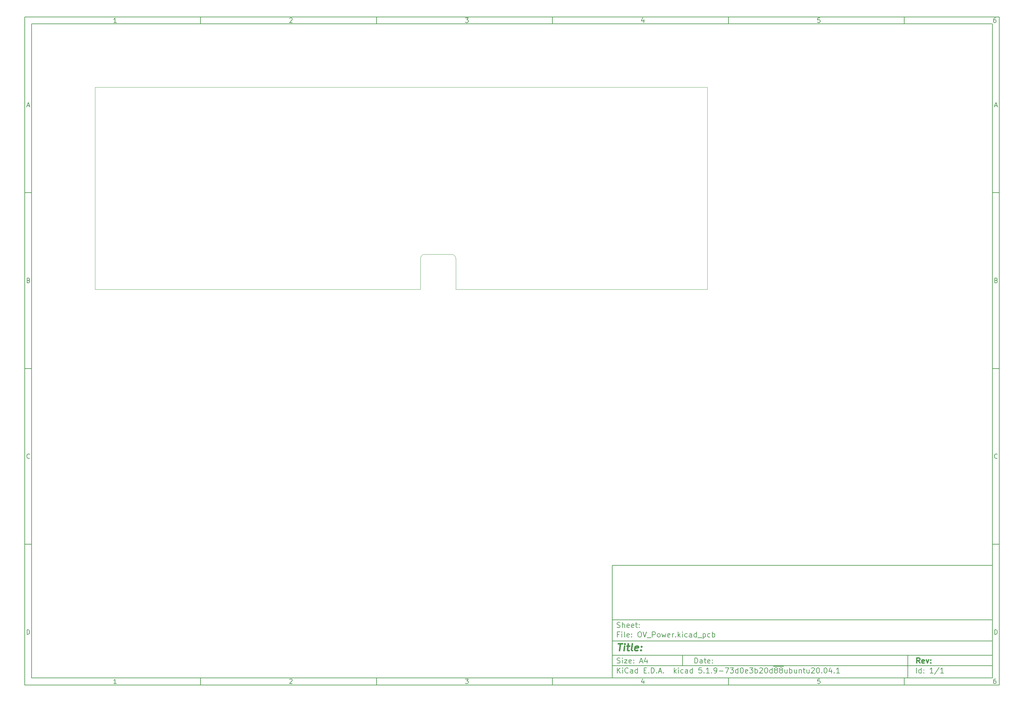
<source format=gbr>
%TF.GenerationSoftware,KiCad,Pcbnew,5.1.9-73d0e3b20d~88~ubuntu20.04.1*%
%TF.CreationDate,2020-12-30T17:27:21-05:00*%
%TF.ProjectId,OV_Power,4f565f50-6f77-4657-922e-6b696361645f,rev?*%
%TF.SameCoordinates,Original*%
%TF.FileFunction,Profile,NP*%
%FSLAX46Y46*%
G04 Gerber Fmt 4.6, Leading zero omitted, Abs format (unit mm)*
G04 Created by KiCad (PCBNEW 5.1.9-73d0e3b20d~88~ubuntu20.04.1) date 2020-12-30 17:27:21*
%MOMM*%
%LPD*%
G01*
G04 APERTURE LIST*
%ADD10C,0.100000*%
%ADD11C,0.150000*%
%ADD12C,0.300000*%
%ADD13C,0.400000*%
%TA.AperFunction,Profile*%
%ADD14C,0.050000*%
%TD*%
G04 APERTURE END LIST*
D10*
D11*
X177002200Y-166007200D02*
X177002200Y-198007200D01*
X285002200Y-198007200D01*
X285002200Y-166007200D01*
X177002200Y-166007200D01*
D10*
D11*
X10000000Y-10000000D02*
X10000000Y-200007200D01*
X287002200Y-200007200D01*
X287002200Y-10000000D01*
X10000000Y-10000000D01*
D10*
D11*
X12000000Y-12000000D02*
X12000000Y-198007200D01*
X285002200Y-198007200D01*
X285002200Y-12000000D01*
X12000000Y-12000000D01*
D10*
D11*
X60000000Y-12000000D02*
X60000000Y-10000000D01*
D10*
D11*
X110000000Y-12000000D02*
X110000000Y-10000000D01*
D10*
D11*
X160000000Y-12000000D02*
X160000000Y-10000000D01*
D10*
D11*
X210000000Y-12000000D02*
X210000000Y-10000000D01*
D10*
D11*
X260000000Y-12000000D02*
X260000000Y-10000000D01*
D10*
D11*
X36065476Y-11588095D02*
X35322619Y-11588095D01*
X35694047Y-11588095D02*
X35694047Y-10288095D01*
X35570238Y-10473809D01*
X35446428Y-10597619D01*
X35322619Y-10659523D01*
D10*
D11*
X85322619Y-10411904D02*
X85384523Y-10350000D01*
X85508333Y-10288095D01*
X85817857Y-10288095D01*
X85941666Y-10350000D01*
X86003571Y-10411904D01*
X86065476Y-10535714D01*
X86065476Y-10659523D01*
X86003571Y-10845238D01*
X85260714Y-11588095D01*
X86065476Y-11588095D01*
D10*
D11*
X135260714Y-10288095D02*
X136065476Y-10288095D01*
X135632142Y-10783333D01*
X135817857Y-10783333D01*
X135941666Y-10845238D01*
X136003571Y-10907142D01*
X136065476Y-11030952D01*
X136065476Y-11340476D01*
X136003571Y-11464285D01*
X135941666Y-11526190D01*
X135817857Y-11588095D01*
X135446428Y-11588095D01*
X135322619Y-11526190D01*
X135260714Y-11464285D01*
D10*
D11*
X185941666Y-10721428D02*
X185941666Y-11588095D01*
X185632142Y-10226190D02*
X185322619Y-11154761D01*
X186127380Y-11154761D01*
D10*
D11*
X236003571Y-10288095D02*
X235384523Y-10288095D01*
X235322619Y-10907142D01*
X235384523Y-10845238D01*
X235508333Y-10783333D01*
X235817857Y-10783333D01*
X235941666Y-10845238D01*
X236003571Y-10907142D01*
X236065476Y-11030952D01*
X236065476Y-11340476D01*
X236003571Y-11464285D01*
X235941666Y-11526190D01*
X235817857Y-11588095D01*
X235508333Y-11588095D01*
X235384523Y-11526190D01*
X235322619Y-11464285D01*
D10*
D11*
X285941666Y-10288095D02*
X285694047Y-10288095D01*
X285570238Y-10350000D01*
X285508333Y-10411904D01*
X285384523Y-10597619D01*
X285322619Y-10845238D01*
X285322619Y-11340476D01*
X285384523Y-11464285D01*
X285446428Y-11526190D01*
X285570238Y-11588095D01*
X285817857Y-11588095D01*
X285941666Y-11526190D01*
X286003571Y-11464285D01*
X286065476Y-11340476D01*
X286065476Y-11030952D01*
X286003571Y-10907142D01*
X285941666Y-10845238D01*
X285817857Y-10783333D01*
X285570238Y-10783333D01*
X285446428Y-10845238D01*
X285384523Y-10907142D01*
X285322619Y-11030952D01*
D10*
D11*
X60000000Y-198007200D02*
X60000000Y-200007200D01*
D10*
D11*
X110000000Y-198007200D02*
X110000000Y-200007200D01*
D10*
D11*
X160000000Y-198007200D02*
X160000000Y-200007200D01*
D10*
D11*
X210000000Y-198007200D02*
X210000000Y-200007200D01*
D10*
D11*
X260000000Y-198007200D02*
X260000000Y-200007200D01*
D10*
D11*
X36065476Y-199595295D02*
X35322619Y-199595295D01*
X35694047Y-199595295D02*
X35694047Y-198295295D01*
X35570238Y-198481009D01*
X35446428Y-198604819D01*
X35322619Y-198666723D01*
D10*
D11*
X85322619Y-198419104D02*
X85384523Y-198357200D01*
X85508333Y-198295295D01*
X85817857Y-198295295D01*
X85941666Y-198357200D01*
X86003571Y-198419104D01*
X86065476Y-198542914D01*
X86065476Y-198666723D01*
X86003571Y-198852438D01*
X85260714Y-199595295D01*
X86065476Y-199595295D01*
D10*
D11*
X135260714Y-198295295D02*
X136065476Y-198295295D01*
X135632142Y-198790533D01*
X135817857Y-198790533D01*
X135941666Y-198852438D01*
X136003571Y-198914342D01*
X136065476Y-199038152D01*
X136065476Y-199347676D01*
X136003571Y-199471485D01*
X135941666Y-199533390D01*
X135817857Y-199595295D01*
X135446428Y-199595295D01*
X135322619Y-199533390D01*
X135260714Y-199471485D01*
D10*
D11*
X185941666Y-198728628D02*
X185941666Y-199595295D01*
X185632142Y-198233390D02*
X185322619Y-199161961D01*
X186127380Y-199161961D01*
D10*
D11*
X236003571Y-198295295D02*
X235384523Y-198295295D01*
X235322619Y-198914342D01*
X235384523Y-198852438D01*
X235508333Y-198790533D01*
X235817857Y-198790533D01*
X235941666Y-198852438D01*
X236003571Y-198914342D01*
X236065476Y-199038152D01*
X236065476Y-199347676D01*
X236003571Y-199471485D01*
X235941666Y-199533390D01*
X235817857Y-199595295D01*
X235508333Y-199595295D01*
X235384523Y-199533390D01*
X235322619Y-199471485D01*
D10*
D11*
X285941666Y-198295295D02*
X285694047Y-198295295D01*
X285570238Y-198357200D01*
X285508333Y-198419104D01*
X285384523Y-198604819D01*
X285322619Y-198852438D01*
X285322619Y-199347676D01*
X285384523Y-199471485D01*
X285446428Y-199533390D01*
X285570238Y-199595295D01*
X285817857Y-199595295D01*
X285941666Y-199533390D01*
X286003571Y-199471485D01*
X286065476Y-199347676D01*
X286065476Y-199038152D01*
X286003571Y-198914342D01*
X285941666Y-198852438D01*
X285817857Y-198790533D01*
X285570238Y-198790533D01*
X285446428Y-198852438D01*
X285384523Y-198914342D01*
X285322619Y-199038152D01*
D10*
D11*
X10000000Y-60000000D02*
X12000000Y-60000000D01*
D10*
D11*
X10000000Y-110000000D02*
X12000000Y-110000000D01*
D10*
D11*
X10000000Y-160000000D02*
X12000000Y-160000000D01*
D10*
D11*
X10690476Y-35216666D02*
X11309523Y-35216666D01*
X10566666Y-35588095D02*
X11000000Y-34288095D01*
X11433333Y-35588095D01*
D10*
D11*
X11092857Y-84907142D02*
X11278571Y-84969047D01*
X11340476Y-85030952D01*
X11402380Y-85154761D01*
X11402380Y-85340476D01*
X11340476Y-85464285D01*
X11278571Y-85526190D01*
X11154761Y-85588095D01*
X10659523Y-85588095D01*
X10659523Y-84288095D01*
X11092857Y-84288095D01*
X11216666Y-84350000D01*
X11278571Y-84411904D01*
X11340476Y-84535714D01*
X11340476Y-84659523D01*
X11278571Y-84783333D01*
X11216666Y-84845238D01*
X11092857Y-84907142D01*
X10659523Y-84907142D01*
D10*
D11*
X11402380Y-135464285D02*
X11340476Y-135526190D01*
X11154761Y-135588095D01*
X11030952Y-135588095D01*
X10845238Y-135526190D01*
X10721428Y-135402380D01*
X10659523Y-135278571D01*
X10597619Y-135030952D01*
X10597619Y-134845238D01*
X10659523Y-134597619D01*
X10721428Y-134473809D01*
X10845238Y-134350000D01*
X11030952Y-134288095D01*
X11154761Y-134288095D01*
X11340476Y-134350000D01*
X11402380Y-134411904D01*
D10*
D11*
X10659523Y-185588095D02*
X10659523Y-184288095D01*
X10969047Y-184288095D01*
X11154761Y-184350000D01*
X11278571Y-184473809D01*
X11340476Y-184597619D01*
X11402380Y-184845238D01*
X11402380Y-185030952D01*
X11340476Y-185278571D01*
X11278571Y-185402380D01*
X11154761Y-185526190D01*
X10969047Y-185588095D01*
X10659523Y-185588095D01*
D10*
D11*
X287002200Y-60000000D02*
X285002200Y-60000000D01*
D10*
D11*
X287002200Y-110000000D02*
X285002200Y-110000000D01*
D10*
D11*
X287002200Y-160000000D02*
X285002200Y-160000000D01*
D10*
D11*
X285692676Y-35216666D02*
X286311723Y-35216666D01*
X285568866Y-35588095D02*
X286002200Y-34288095D01*
X286435533Y-35588095D01*
D10*
D11*
X286095057Y-84907142D02*
X286280771Y-84969047D01*
X286342676Y-85030952D01*
X286404580Y-85154761D01*
X286404580Y-85340476D01*
X286342676Y-85464285D01*
X286280771Y-85526190D01*
X286156961Y-85588095D01*
X285661723Y-85588095D01*
X285661723Y-84288095D01*
X286095057Y-84288095D01*
X286218866Y-84350000D01*
X286280771Y-84411904D01*
X286342676Y-84535714D01*
X286342676Y-84659523D01*
X286280771Y-84783333D01*
X286218866Y-84845238D01*
X286095057Y-84907142D01*
X285661723Y-84907142D01*
D10*
D11*
X286404580Y-135464285D02*
X286342676Y-135526190D01*
X286156961Y-135588095D01*
X286033152Y-135588095D01*
X285847438Y-135526190D01*
X285723628Y-135402380D01*
X285661723Y-135278571D01*
X285599819Y-135030952D01*
X285599819Y-134845238D01*
X285661723Y-134597619D01*
X285723628Y-134473809D01*
X285847438Y-134350000D01*
X286033152Y-134288095D01*
X286156961Y-134288095D01*
X286342676Y-134350000D01*
X286404580Y-134411904D01*
D10*
D11*
X285661723Y-185588095D02*
X285661723Y-184288095D01*
X285971247Y-184288095D01*
X286156961Y-184350000D01*
X286280771Y-184473809D01*
X286342676Y-184597619D01*
X286404580Y-184845238D01*
X286404580Y-185030952D01*
X286342676Y-185278571D01*
X286280771Y-185402380D01*
X286156961Y-185526190D01*
X285971247Y-185588095D01*
X285661723Y-185588095D01*
D10*
D11*
X200434342Y-193785771D02*
X200434342Y-192285771D01*
X200791485Y-192285771D01*
X201005771Y-192357200D01*
X201148628Y-192500057D01*
X201220057Y-192642914D01*
X201291485Y-192928628D01*
X201291485Y-193142914D01*
X201220057Y-193428628D01*
X201148628Y-193571485D01*
X201005771Y-193714342D01*
X200791485Y-193785771D01*
X200434342Y-193785771D01*
X202577200Y-193785771D02*
X202577200Y-193000057D01*
X202505771Y-192857200D01*
X202362914Y-192785771D01*
X202077200Y-192785771D01*
X201934342Y-192857200D01*
X202577200Y-193714342D02*
X202434342Y-193785771D01*
X202077200Y-193785771D01*
X201934342Y-193714342D01*
X201862914Y-193571485D01*
X201862914Y-193428628D01*
X201934342Y-193285771D01*
X202077200Y-193214342D01*
X202434342Y-193214342D01*
X202577200Y-193142914D01*
X203077200Y-192785771D02*
X203648628Y-192785771D01*
X203291485Y-192285771D02*
X203291485Y-193571485D01*
X203362914Y-193714342D01*
X203505771Y-193785771D01*
X203648628Y-193785771D01*
X204720057Y-193714342D02*
X204577200Y-193785771D01*
X204291485Y-193785771D01*
X204148628Y-193714342D01*
X204077200Y-193571485D01*
X204077200Y-193000057D01*
X204148628Y-192857200D01*
X204291485Y-192785771D01*
X204577200Y-192785771D01*
X204720057Y-192857200D01*
X204791485Y-193000057D01*
X204791485Y-193142914D01*
X204077200Y-193285771D01*
X205434342Y-193642914D02*
X205505771Y-193714342D01*
X205434342Y-193785771D01*
X205362914Y-193714342D01*
X205434342Y-193642914D01*
X205434342Y-193785771D01*
X205434342Y-192857200D02*
X205505771Y-192928628D01*
X205434342Y-193000057D01*
X205362914Y-192928628D01*
X205434342Y-192857200D01*
X205434342Y-193000057D01*
D10*
D11*
X177002200Y-194507200D02*
X285002200Y-194507200D01*
D10*
D11*
X178434342Y-196585771D02*
X178434342Y-195085771D01*
X179291485Y-196585771D02*
X178648628Y-195728628D01*
X179291485Y-195085771D02*
X178434342Y-195942914D01*
X179934342Y-196585771D02*
X179934342Y-195585771D01*
X179934342Y-195085771D02*
X179862914Y-195157200D01*
X179934342Y-195228628D01*
X180005771Y-195157200D01*
X179934342Y-195085771D01*
X179934342Y-195228628D01*
X181505771Y-196442914D02*
X181434342Y-196514342D01*
X181220057Y-196585771D01*
X181077200Y-196585771D01*
X180862914Y-196514342D01*
X180720057Y-196371485D01*
X180648628Y-196228628D01*
X180577200Y-195942914D01*
X180577200Y-195728628D01*
X180648628Y-195442914D01*
X180720057Y-195300057D01*
X180862914Y-195157200D01*
X181077200Y-195085771D01*
X181220057Y-195085771D01*
X181434342Y-195157200D01*
X181505771Y-195228628D01*
X182791485Y-196585771D02*
X182791485Y-195800057D01*
X182720057Y-195657200D01*
X182577200Y-195585771D01*
X182291485Y-195585771D01*
X182148628Y-195657200D01*
X182791485Y-196514342D02*
X182648628Y-196585771D01*
X182291485Y-196585771D01*
X182148628Y-196514342D01*
X182077200Y-196371485D01*
X182077200Y-196228628D01*
X182148628Y-196085771D01*
X182291485Y-196014342D01*
X182648628Y-196014342D01*
X182791485Y-195942914D01*
X184148628Y-196585771D02*
X184148628Y-195085771D01*
X184148628Y-196514342D02*
X184005771Y-196585771D01*
X183720057Y-196585771D01*
X183577200Y-196514342D01*
X183505771Y-196442914D01*
X183434342Y-196300057D01*
X183434342Y-195871485D01*
X183505771Y-195728628D01*
X183577200Y-195657200D01*
X183720057Y-195585771D01*
X184005771Y-195585771D01*
X184148628Y-195657200D01*
X186005771Y-195800057D02*
X186505771Y-195800057D01*
X186720057Y-196585771D02*
X186005771Y-196585771D01*
X186005771Y-195085771D01*
X186720057Y-195085771D01*
X187362914Y-196442914D02*
X187434342Y-196514342D01*
X187362914Y-196585771D01*
X187291485Y-196514342D01*
X187362914Y-196442914D01*
X187362914Y-196585771D01*
X188077200Y-196585771D02*
X188077200Y-195085771D01*
X188434342Y-195085771D01*
X188648628Y-195157200D01*
X188791485Y-195300057D01*
X188862914Y-195442914D01*
X188934342Y-195728628D01*
X188934342Y-195942914D01*
X188862914Y-196228628D01*
X188791485Y-196371485D01*
X188648628Y-196514342D01*
X188434342Y-196585771D01*
X188077200Y-196585771D01*
X189577200Y-196442914D02*
X189648628Y-196514342D01*
X189577200Y-196585771D01*
X189505771Y-196514342D01*
X189577200Y-196442914D01*
X189577200Y-196585771D01*
X190220057Y-196157200D02*
X190934342Y-196157200D01*
X190077200Y-196585771D02*
X190577200Y-195085771D01*
X191077200Y-196585771D01*
X191577200Y-196442914D02*
X191648628Y-196514342D01*
X191577200Y-196585771D01*
X191505771Y-196514342D01*
X191577200Y-196442914D01*
X191577200Y-196585771D01*
X194577200Y-196585771D02*
X194577200Y-195085771D01*
X194720057Y-196014342D02*
X195148628Y-196585771D01*
X195148628Y-195585771D02*
X194577200Y-196157200D01*
X195791485Y-196585771D02*
X195791485Y-195585771D01*
X195791485Y-195085771D02*
X195720057Y-195157200D01*
X195791485Y-195228628D01*
X195862914Y-195157200D01*
X195791485Y-195085771D01*
X195791485Y-195228628D01*
X197148628Y-196514342D02*
X197005771Y-196585771D01*
X196720057Y-196585771D01*
X196577200Y-196514342D01*
X196505771Y-196442914D01*
X196434342Y-196300057D01*
X196434342Y-195871485D01*
X196505771Y-195728628D01*
X196577200Y-195657200D01*
X196720057Y-195585771D01*
X197005771Y-195585771D01*
X197148628Y-195657200D01*
X198434342Y-196585771D02*
X198434342Y-195800057D01*
X198362914Y-195657200D01*
X198220057Y-195585771D01*
X197934342Y-195585771D01*
X197791485Y-195657200D01*
X198434342Y-196514342D02*
X198291485Y-196585771D01*
X197934342Y-196585771D01*
X197791485Y-196514342D01*
X197720057Y-196371485D01*
X197720057Y-196228628D01*
X197791485Y-196085771D01*
X197934342Y-196014342D01*
X198291485Y-196014342D01*
X198434342Y-195942914D01*
X199791485Y-196585771D02*
X199791485Y-195085771D01*
X199791485Y-196514342D02*
X199648628Y-196585771D01*
X199362914Y-196585771D01*
X199220057Y-196514342D01*
X199148628Y-196442914D01*
X199077200Y-196300057D01*
X199077200Y-195871485D01*
X199148628Y-195728628D01*
X199220057Y-195657200D01*
X199362914Y-195585771D01*
X199648628Y-195585771D01*
X199791485Y-195657200D01*
X202362914Y-195085771D02*
X201648628Y-195085771D01*
X201577200Y-195800057D01*
X201648628Y-195728628D01*
X201791485Y-195657200D01*
X202148628Y-195657200D01*
X202291485Y-195728628D01*
X202362914Y-195800057D01*
X202434342Y-195942914D01*
X202434342Y-196300057D01*
X202362914Y-196442914D01*
X202291485Y-196514342D01*
X202148628Y-196585771D01*
X201791485Y-196585771D01*
X201648628Y-196514342D01*
X201577200Y-196442914D01*
X203077200Y-196442914D02*
X203148628Y-196514342D01*
X203077200Y-196585771D01*
X203005771Y-196514342D01*
X203077200Y-196442914D01*
X203077200Y-196585771D01*
X204577200Y-196585771D02*
X203720057Y-196585771D01*
X204148628Y-196585771D02*
X204148628Y-195085771D01*
X204005771Y-195300057D01*
X203862914Y-195442914D01*
X203720057Y-195514342D01*
X205220057Y-196442914D02*
X205291485Y-196514342D01*
X205220057Y-196585771D01*
X205148628Y-196514342D01*
X205220057Y-196442914D01*
X205220057Y-196585771D01*
X206005771Y-196585771D02*
X206291485Y-196585771D01*
X206434342Y-196514342D01*
X206505771Y-196442914D01*
X206648628Y-196228628D01*
X206720057Y-195942914D01*
X206720057Y-195371485D01*
X206648628Y-195228628D01*
X206577200Y-195157200D01*
X206434342Y-195085771D01*
X206148628Y-195085771D01*
X206005771Y-195157200D01*
X205934342Y-195228628D01*
X205862914Y-195371485D01*
X205862914Y-195728628D01*
X205934342Y-195871485D01*
X206005771Y-195942914D01*
X206148628Y-196014342D01*
X206434342Y-196014342D01*
X206577200Y-195942914D01*
X206648628Y-195871485D01*
X206720057Y-195728628D01*
X207362914Y-196014342D02*
X208505771Y-196014342D01*
X209077200Y-195085771D02*
X210077200Y-195085771D01*
X209434342Y-196585771D01*
X210505771Y-195085771D02*
X211434342Y-195085771D01*
X210934342Y-195657200D01*
X211148628Y-195657200D01*
X211291485Y-195728628D01*
X211362914Y-195800057D01*
X211434342Y-195942914D01*
X211434342Y-196300057D01*
X211362914Y-196442914D01*
X211291485Y-196514342D01*
X211148628Y-196585771D01*
X210720057Y-196585771D01*
X210577200Y-196514342D01*
X210505771Y-196442914D01*
X212720057Y-196585771D02*
X212720057Y-195085771D01*
X212720057Y-196514342D02*
X212577200Y-196585771D01*
X212291485Y-196585771D01*
X212148628Y-196514342D01*
X212077200Y-196442914D01*
X212005771Y-196300057D01*
X212005771Y-195871485D01*
X212077200Y-195728628D01*
X212148628Y-195657200D01*
X212291485Y-195585771D01*
X212577200Y-195585771D01*
X212720057Y-195657200D01*
X213720057Y-195085771D02*
X213862914Y-195085771D01*
X214005771Y-195157200D01*
X214077200Y-195228628D01*
X214148628Y-195371485D01*
X214220057Y-195657200D01*
X214220057Y-196014342D01*
X214148628Y-196300057D01*
X214077200Y-196442914D01*
X214005771Y-196514342D01*
X213862914Y-196585771D01*
X213720057Y-196585771D01*
X213577200Y-196514342D01*
X213505771Y-196442914D01*
X213434342Y-196300057D01*
X213362914Y-196014342D01*
X213362914Y-195657200D01*
X213434342Y-195371485D01*
X213505771Y-195228628D01*
X213577200Y-195157200D01*
X213720057Y-195085771D01*
X215434342Y-196514342D02*
X215291485Y-196585771D01*
X215005771Y-196585771D01*
X214862914Y-196514342D01*
X214791485Y-196371485D01*
X214791485Y-195800057D01*
X214862914Y-195657200D01*
X215005771Y-195585771D01*
X215291485Y-195585771D01*
X215434342Y-195657200D01*
X215505771Y-195800057D01*
X215505771Y-195942914D01*
X214791485Y-196085771D01*
X216005771Y-195085771D02*
X216934342Y-195085771D01*
X216434342Y-195657200D01*
X216648628Y-195657200D01*
X216791485Y-195728628D01*
X216862914Y-195800057D01*
X216934342Y-195942914D01*
X216934342Y-196300057D01*
X216862914Y-196442914D01*
X216791485Y-196514342D01*
X216648628Y-196585771D01*
X216220057Y-196585771D01*
X216077200Y-196514342D01*
X216005771Y-196442914D01*
X217577200Y-196585771D02*
X217577200Y-195085771D01*
X217577200Y-195657200D02*
X217720057Y-195585771D01*
X218005771Y-195585771D01*
X218148628Y-195657200D01*
X218220057Y-195728628D01*
X218291485Y-195871485D01*
X218291485Y-196300057D01*
X218220057Y-196442914D01*
X218148628Y-196514342D01*
X218005771Y-196585771D01*
X217720057Y-196585771D01*
X217577200Y-196514342D01*
X218862914Y-195228628D02*
X218934342Y-195157200D01*
X219077200Y-195085771D01*
X219434342Y-195085771D01*
X219577200Y-195157200D01*
X219648628Y-195228628D01*
X219720057Y-195371485D01*
X219720057Y-195514342D01*
X219648628Y-195728628D01*
X218791485Y-196585771D01*
X219720057Y-196585771D01*
X220648628Y-195085771D02*
X220791485Y-195085771D01*
X220934342Y-195157200D01*
X221005771Y-195228628D01*
X221077200Y-195371485D01*
X221148628Y-195657200D01*
X221148628Y-196014342D01*
X221077200Y-196300057D01*
X221005771Y-196442914D01*
X220934342Y-196514342D01*
X220791485Y-196585771D01*
X220648628Y-196585771D01*
X220505771Y-196514342D01*
X220434342Y-196442914D01*
X220362914Y-196300057D01*
X220291485Y-196014342D01*
X220291485Y-195657200D01*
X220362914Y-195371485D01*
X220434342Y-195228628D01*
X220505771Y-195157200D01*
X220648628Y-195085771D01*
X222434342Y-196585771D02*
X222434342Y-195085771D01*
X222434342Y-196514342D02*
X222291485Y-196585771D01*
X222005771Y-196585771D01*
X221862914Y-196514342D01*
X221791485Y-196442914D01*
X221720057Y-196300057D01*
X221720057Y-195871485D01*
X221791485Y-195728628D01*
X221862914Y-195657200D01*
X222005771Y-195585771D01*
X222291485Y-195585771D01*
X222434342Y-195657200D01*
X222791485Y-194677200D02*
X224220057Y-194677200D01*
X223362914Y-195728628D02*
X223220057Y-195657200D01*
X223148628Y-195585771D01*
X223077200Y-195442914D01*
X223077200Y-195371485D01*
X223148628Y-195228628D01*
X223220057Y-195157200D01*
X223362914Y-195085771D01*
X223648628Y-195085771D01*
X223791485Y-195157200D01*
X223862914Y-195228628D01*
X223934342Y-195371485D01*
X223934342Y-195442914D01*
X223862914Y-195585771D01*
X223791485Y-195657200D01*
X223648628Y-195728628D01*
X223362914Y-195728628D01*
X223220057Y-195800057D01*
X223148628Y-195871485D01*
X223077200Y-196014342D01*
X223077200Y-196300057D01*
X223148628Y-196442914D01*
X223220057Y-196514342D01*
X223362914Y-196585771D01*
X223648628Y-196585771D01*
X223791485Y-196514342D01*
X223862914Y-196442914D01*
X223934342Y-196300057D01*
X223934342Y-196014342D01*
X223862914Y-195871485D01*
X223791485Y-195800057D01*
X223648628Y-195728628D01*
X224220057Y-194677200D02*
X225648628Y-194677200D01*
X224791485Y-195728628D02*
X224648628Y-195657200D01*
X224577200Y-195585771D01*
X224505771Y-195442914D01*
X224505771Y-195371485D01*
X224577200Y-195228628D01*
X224648628Y-195157200D01*
X224791485Y-195085771D01*
X225077200Y-195085771D01*
X225220057Y-195157200D01*
X225291485Y-195228628D01*
X225362914Y-195371485D01*
X225362914Y-195442914D01*
X225291485Y-195585771D01*
X225220057Y-195657200D01*
X225077200Y-195728628D01*
X224791485Y-195728628D01*
X224648628Y-195800057D01*
X224577200Y-195871485D01*
X224505771Y-196014342D01*
X224505771Y-196300057D01*
X224577200Y-196442914D01*
X224648628Y-196514342D01*
X224791485Y-196585771D01*
X225077200Y-196585771D01*
X225220057Y-196514342D01*
X225291485Y-196442914D01*
X225362914Y-196300057D01*
X225362914Y-196014342D01*
X225291485Y-195871485D01*
X225220057Y-195800057D01*
X225077200Y-195728628D01*
X226648628Y-195585771D02*
X226648628Y-196585771D01*
X226005771Y-195585771D02*
X226005771Y-196371485D01*
X226077199Y-196514342D01*
X226220057Y-196585771D01*
X226434342Y-196585771D01*
X226577199Y-196514342D01*
X226648628Y-196442914D01*
X227362914Y-196585771D02*
X227362914Y-195085771D01*
X227362914Y-195657200D02*
X227505771Y-195585771D01*
X227791485Y-195585771D01*
X227934342Y-195657200D01*
X228005771Y-195728628D01*
X228077200Y-195871485D01*
X228077200Y-196300057D01*
X228005771Y-196442914D01*
X227934342Y-196514342D01*
X227791485Y-196585771D01*
X227505771Y-196585771D01*
X227362914Y-196514342D01*
X229362914Y-195585771D02*
X229362914Y-196585771D01*
X228720057Y-195585771D02*
X228720057Y-196371485D01*
X228791485Y-196514342D01*
X228934342Y-196585771D01*
X229148628Y-196585771D01*
X229291485Y-196514342D01*
X229362914Y-196442914D01*
X230077200Y-195585771D02*
X230077200Y-196585771D01*
X230077200Y-195728628D02*
X230148628Y-195657200D01*
X230291485Y-195585771D01*
X230505771Y-195585771D01*
X230648628Y-195657200D01*
X230720057Y-195800057D01*
X230720057Y-196585771D01*
X231220057Y-195585771D02*
X231791485Y-195585771D01*
X231434342Y-195085771D02*
X231434342Y-196371485D01*
X231505771Y-196514342D01*
X231648628Y-196585771D01*
X231791485Y-196585771D01*
X232934342Y-195585771D02*
X232934342Y-196585771D01*
X232291485Y-195585771D02*
X232291485Y-196371485D01*
X232362914Y-196514342D01*
X232505771Y-196585771D01*
X232720057Y-196585771D01*
X232862914Y-196514342D01*
X232934342Y-196442914D01*
X233577200Y-195228628D02*
X233648628Y-195157200D01*
X233791485Y-195085771D01*
X234148628Y-195085771D01*
X234291485Y-195157200D01*
X234362914Y-195228628D01*
X234434342Y-195371485D01*
X234434342Y-195514342D01*
X234362914Y-195728628D01*
X233505771Y-196585771D01*
X234434342Y-196585771D01*
X235362914Y-195085771D02*
X235505771Y-195085771D01*
X235648628Y-195157200D01*
X235720057Y-195228628D01*
X235791485Y-195371485D01*
X235862914Y-195657200D01*
X235862914Y-196014342D01*
X235791485Y-196300057D01*
X235720057Y-196442914D01*
X235648628Y-196514342D01*
X235505771Y-196585771D01*
X235362914Y-196585771D01*
X235220057Y-196514342D01*
X235148628Y-196442914D01*
X235077200Y-196300057D01*
X235005771Y-196014342D01*
X235005771Y-195657200D01*
X235077200Y-195371485D01*
X235148628Y-195228628D01*
X235220057Y-195157200D01*
X235362914Y-195085771D01*
X236505771Y-196442914D02*
X236577199Y-196514342D01*
X236505771Y-196585771D01*
X236434342Y-196514342D01*
X236505771Y-196442914D01*
X236505771Y-196585771D01*
X237505771Y-195085771D02*
X237648628Y-195085771D01*
X237791485Y-195157200D01*
X237862914Y-195228628D01*
X237934342Y-195371485D01*
X238005771Y-195657200D01*
X238005771Y-196014342D01*
X237934342Y-196300057D01*
X237862914Y-196442914D01*
X237791485Y-196514342D01*
X237648628Y-196585771D01*
X237505771Y-196585771D01*
X237362914Y-196514342D01*
X237291485Y-196442914D01*
X237220057Y-196300057D01*
X237148628Y-196014342D01*
X237148628Y-195657200D01*
X237220057Y-195371485D01*
X237291485Y-195228628D01*
X237362914Y-195157200D01*
X237505771Y-195085771D01*
X239291485Y-195585771D02*
X239291485Y-196585771D01*
X238934342Y-195014342D02*
X238577199Y-196085771D01*
X239505771Y-196085771D01*
X240077199Y-196442914D02*
X240148628Y-196514342D01*
X240077199Y-196585771D01*
X240005771Y-196514342D01*
X240077199Y-196442914D01*
X240077199Y-196585771D01*
X241577199Y-196585771D02*
X240720057Y-196585771D01*
X241148628Y-196585771D02*
X241148628Y-195085771D01*
X241005771Y-195300057D01*
X240862914Y-195442914D01*
X240720057Y-195514342D01*
D10*
D11*
X177002200Y-191507200D02*
X285002200Y-191507200D01*
D10*
D12*
X264411485Y-193785771D02*
X263911485Y-193071485D01*
X263554342Y-193785771D02*
X263554342Y-192285771D01*
X264125771Y-192285771D01*
X264268628Y-192357200D01*
X264340057Y-192428628D01*
X264411485Y-192571485D01*
X264411485Y-192785771D01*
X264340057Y-192928628D01*
X264268628Y-193000057D01*
X264125771Y-193071485D01*
X263554342Y-193071485D01*
X265625771Y-193714342D02*
X265482914Y-193785771D01*
X265197200Y-193785771D01*
X265054342Y-193714342D01*
X264982914Y-193571485D01*
X264982914Y-193000057D01*
X265054342Y-192857200D01*
X265197200Y-192785771D01*
X265482914Y-192785771D01*
X265625771Y-192857200D01*
X265697200Y-193000057D01*
X265697200Y-193142914D01*
X264982914Y-193285771D01*
X266197200Y-192785771D02*
X266554342Y-193785771D01*
X266911485Y-192785771D01*
X267482914Y-193642914D02*
X267554342Y-193714342D01*
X267482914Y-193785771D01*
X267411485Y-193714342D01*
X267482914Y-193642914D01*
X267482914Y-193785771D01*
X267482914Y-192857200D02*
X267554342Y-192928628D01*
X267482914Y-193000057D01*
X267411485Y-192928628D01*
X267482914Y-192857200D01*
X267482914Y-193000057D01*
D10*
D11*
X178362914Y-193714342D02*
X178577200Y-193785771D01*
X178934342Y-193785771D01*
X179077200Y-193714342D01*
X179148628Y-193642914D01*
X179220057Y-193500057D01*
X179220057Y-193357200D01*
X179148628Y-193214342D01*
X179077200Y-193142914D01*
X178934342Y-193071485D01*
X178648628Y-193000057D01*
X178505771Y-192928628D01*
X178434342Y-192857200D01*
X178362914Y-192714342D01*
X178362914Y-192571485D01*
X178434342Y-192428628D01*
X178505771Y-192357200D01*
X178648628Y-192285771D01*
X179005771Y-192285771D01*
X179220057Y-192357200D01*
X179862914Y-193785771D02*
X179862914Y-192785771D01*
X179862914Y-192285771D02*
X179791485Y-192357200D01*
X179862914Y-192428628D01*
X179934342Y-192357200D01*
X179862914Y-192285771D01*
X179862914Y-192428628D01*
X180434342Y-192785771D02*
X181220057Y-192785771D01*
X180434342Y-193785771D01*
X181220057Y-193785771D01*
X182362914Y-193714342D02*
X182220057Y-193785771D01*
X181934342Y-193785771D01*
X181791485Y-193714342D01*
X181720057Y-193571485D01*
X181720057Y-193000057D01*
X181791485Y-192857200D01*
X181934342Y-192785771D01*
X182220057Y-192785771D01*
X182362914Y-192857200D01*
X182434342Y-193000057D01*
X182434342Y-193142914D01*
X181720057Y-193285771D01*
X183077200Y-193642914D02*
X183148628Y-193714342D01*
X183077200Y-193785771D01*
X183005771Y-193714342D01*
X183077200Y-193642914D01*
X183077200Y-193785771D01*
X183077200Y-192857200D02*
X183148628Y-192928628D01*
X183077200Y-193000057D01*
X183005771Y-192928628D01*
X183077200Y-192857200D01*
X183077200Y-193000057D01*
X184862914Y-193357200D02*
X185577200Y-193357200D01*
X184720057Y-193785771D02*
X185220057Y-192285771D01*
X185720057Y-193785771D01*
X186862914Y-192785771D02*
X186862914Y-193785771D01*
X186505771Y-192214342D02*
X186148628Y-193285771D01*
X187077200Y-193285771D01*
D10*
D11*
X263434342Y-196585771D02*
X263434342Y-195085771D01*
X264791485Y-196585771D02*
X264791485Y-195085771D01*
X264791485Y-196514342D02*
X264648628Y-196585771D01*
X264362914Y-196585771D01*
X264220057Y-196514342D01*
X264148628Y-196442914D01*
X264077200Y-196300057D01*
X264077200Y-195871485D01*
X264148628Y-195728628D01*
X264220057Y-195657200D01*
X264362914Y-195585771D01*
X264648628Y-195585771D01*
X264791485Y-195657200D01*
X265505771Y-196442914D02*
X265577200Y-196514342D01*
X265505771Y-196585771D01*
X265434342Y-196514342D01*
X265505771Y-196442914D01*
X265505771Y-196585771D01*
X265505771Y-195657200D02*
X265577200Y-195728628D01*
X265505771Y-195800057D01*
X265434342Y-195728628D01*
X265505771Y-195657200D01*
X265505771Y-195800057D01*
X268148628Y-196585771D02*
X267291485Y-196585771D01*
X267720057Y-196585771D02*
X267720057Y-195085771D01*
X267577200Y-195300057D01*
X267434342Y-195442914D01*
X267291485Y-195514342D01*
X269862914Y-195014342D02*
X268577200Y-196942914D01*
X271148628Y-196585771D02*
X270291485Y-196585771D01*
X270720057Y-196585771D02*
X270720057Y-195085771D01*
X270577200Y-195300057D01*
X270434342Y-195442914D01*
X270291485Y-195514342D01*
D10*
D11*
X177002200Y-187507200D02*
X285002200Y-187507200D01*
D10*
D13*
X178714580Y-188211961D02*
X179857438Y-188211961D01*
X179036009Y-190211961D02*
X179286009Y-188211961D01*
X180274104Y-190211961D02*
X180440771Y-188878628D01*
X180524104Y-188211961D02*
X180416961Y-188307200D01*
X180500295Y-188402438D01*
X180607438Y-188307200D01*
X180524104Y-188211961D01*
X180500295Y-188402438D01*
X181107438Y-188878628D02*
X181869342Y-188878628D01*
X181476485Y-188211961D02*
X181262200Y-189926247D01*
X181333628Y-190116723D01*
X181512200Y-190211961D01*
X181702676Y-190211961D01*
X182655057Y-190211961D02*
X182476485Y-190116723D01*
X182405057Y-189926247D01*
X182619342Y-188211961D01*
X184190771Y-190116723D02*
X183988390Y-190211961D01*
X183607438Y-190211961D01*
X183428866Y-190116723D01*
X183357438Y-189926247D01*
X183452676Y-189164342D01*
X183571723Y-188973866D01*
X183774104Y-188878628D01*
X184155057Y-188878628D01*
X184333628Y-188973866D01*
X184405057Y-189164342D01*
X184381247Y-189354819D01*
X183405057Y-189545295D01*
X185155057Y-190021485D02*
X185238390Y-190116723D01*
X185131247Y-190211961D01*
X185047914Y-190116723D01*
X185155057Y-190021485D01*
X185131247Y-190211961D01*
X185286009Y-188973866D02*
X185369342Y-189069104D01*
X185262200Y-189164342D01*
X185178866Y-189069104D01*
X185286009Y-188973866D01*
X185262200Y-189164342D01*
D10*
D11*
X178934342Y-185600057D02*
X178434342Y-185600057D01*
X178434342Y-186385771D02*
X178434342Y-184885771D01*
X179148628Y-184885771D01*
X179720057Y-186385771D02*
X179720057Y-185385771D01*
X179720057Y-184885771D02*
X179648628Y-184957200D01*
X179720057Y-185028628D01*
X179791485Y-184957200D01*
X179720057Y-184885771D01*
X179720057Y-185028628D01*
X180648628Y-186385771D02*
X180505771Y-186314342D01*
X180434342Y-186171485D01*
X180434342Y-184885771D01*
X181791485Y-186314342D02*
X181648628Y-186385771D01*
X181362914Y-186385771D01*
X181220057Y-186314342D01*
X181148628Y-186171485D01*
X181148628Y-185600057D01*
X181220057Y-185457200D01*
X181362914Y-185385771D01*
X181648628Y-185385771D01*
X181791485Y-185457200D01*
X181862914Y-185600057D01*
X181862914Y-185742914D01*
X181148628Y-185885771D01*
X182505771Y-186242914D02*
X182577200Y-186314342D01*
X182505771Y-186385771D01*
X182434342Y-186314342D01*
X182505771Y-186242914D01*
X182505771Y-186385771D01*
X182505771Y-185457200D02*
X182577200Y-185528628D01*
X182505771Y-185600057D01*
X182434342Y-185528628D01*
X182505771Y-185457200D01*
X182505771Y-185600057D01*
X184648628Y-184885771D02*
X184934342Y-184885771D01*
X185077200Y-184957200D01*
X185220057Y-185100057D01*
X185291485Y-185385771D01*
X185291485Y-185885771D01*
X185220057Y-186171485D01*
X185077200Y-186314342D01*
X184934342Y-186385771D01*
X184648628Y-186385771D01*
X184505771Y-186314342D01*
X184362914Y-186171485D01*
X184291485Y-185885771D01*
X184291485Y-185385771D01*
X184362914Y-185100057D01*
X184505771Y-184957200D01*
X184648628Y-184885771D01*
X185720057Y-184885771D02*
X186220057Y-186385771D01*
X186720057Y-184885771D01*
X186862914Y-186528628D02*
X188005771Y-186528628D01*
X188362914Y-186385771D02*
X188362914Y-184885771D01*
X188934342Y-184885771D01*
X189077200Y-184957200D01*
X189148628Y-185028628D01*
X189220057Y-185171485D01*
X189220057Y-185385771D01*
X189148628Y-185528628D01*
X189077200Y-185600057D01*
X188934342Y-185671485D01*
X188362914Y-185671485D01*
X190077200Y-186385771D02*
X189934342Y-186314342D01*
X189862914Y-186242914D01*
X189791485Y-186100057D01*
X189791485Y-185671485D01*
X189862914Y-185528628D01*
X189934342Y-185457200D01*
X190077200Y-185385771D01*
X190291485Y-185385771D01*
X190434342Y-185457200D01*
X190505771Y-185528628D01*
X190577200Y-185671485D01*
X190577200Y-186100057D01*
X190505771Y-186242914D01*
X190434342Y-186314342D01*
X190291485Y-186385771D01*
X190077200Y-186385771D01*
X191077200Y-185385771D02*
X191362914Y-186385771D01*
X191648628Y-185671485D01*
X191934342Y-186385771D01*
X192220057Y-185385771D01*
X193362914Y-186314342D02*
X193220057Y-186385771D01*
X192934342Y-186385771D01*
X192791485Y-186314342D01*
X192720057Y-186171485D01*
X192720057Y-185600057D01*
X192791485Y-185457200D01*
X192934342Y-185385771D01*
X193220057Y-185385771D01*
X193362914Y-185457200D01*
X193434342Y-185600057D01*
X193434342Y-185742914D01*
X192720057Y-185885771D01*
X194077200Y-186385771D02*
X194077200Y-185385771D01*
X194077200Y-185671485D02*
X194148628Y-185528628D01*
X194220057Y-185457200D01*
X194362914Y-185385771D01*
X194505771Y-185385771D01*
X195005771Y-186242914D02*
X195077200Y-186314342D01*
X195005771Y-186385771D01*
X194934342Y-186314342D01*
X195005771Y-186242914D01*
X195005771Y-186385771D01*
X195720057Y-186385771D02*
X195720057Y-184885771D01*
X195862914Y-185814342D02*
X196291485Y-186385771D01*
X196291485Y-185385771D02*
X195720057Y-185957200D01*
X196934342Y-186385771D02*
X196934342Y-185385771D01*
X196934342Y-184885771D02*
X196862914Y-184957200D01*
X196934342Y-185028628D01*
X197005771Y-184957200D01*
X196934342Y-184885771D01*
X196934342Y-185028628D01*
X198291485Y-186314342D02*
X198148628Y-186385771D01*
X197862914Y-186385771D01*
X197720057Y-186314342D01*
X197648628Y-186242914D01*
X197577200Y-186100057D01*
X197577200Y-185671485D01*
X197648628Y-185528628D01*
X197720057Y-185457200D01*
X197862914Y-185385771D01*
X198148628Y-185385771D01*
X198291485Y-185457200D01*
X199577200Y-186385771D02*
X199577200Y-185600057D01*
X199505771Y-185457200D01*
X199362914Y-185385771D01*
X199077200Y-185385771D01*
X198934342Y-185457200D01*
X199577200Y-186314342D02*
X199434342Y-186385771D01*
X199077200Y-186385771D01*
X198934342Y-186314342D01*
X198862914Y-186171485D01*
X198862914Y-186028628D01*
X198934342Y-185885771D01*
X199077200Y-185814342D01*
X199434342Y-185814342D01*
X199577200Y-185742914D01*
X200934342Y-186385771D02*
X200934342Y-184885771D01*
X200934342Y-186314342D02*
X200791485Y-186385771D01*
X200505771Y-186385771D01*
X200362914Y-186314342D01*
X200291485Y-186242914D01*
X200220057Y-186100057D01*
X200220057Y-185671485D01*
X200291485Y-185528628D01*
X200362914Y-185457200D01*
X200505771Y-185385771D01*
X200791485Y-185385771D01*
X200934342Y-185457200D01*
X201291485Y-186528628D02*
X202434342Y-186528628D01*
X202791485Y-185385771D02*
X202791485Y-186885771D01*
X202791485Y-185457200D02*
X202934342Y-185385771D01*
X203220057Y-185385771D01*
X203362914Y-185457200D01*
X203434342Y-185528628D01*
X203505771Y-185671485D01*
X203505771Y-186100057D01*
X203434342Y-186242914D01*
X203362914Y-186314342D01*
X203220057Y-186385771D01*
X202934342Y-186385771D01*
X202791485Y-186314342D01*
X204791485Y-186314342D02*
X204648628Y-186385771D01*
X204362914Y-186385771D01*
X204220057Y-186314342D01*
X204148628Y-186242914D01*
X204077200Y-186100057D01*
X204077200Y-185671485D01*
X204148628Y-185528628D01*
X204220057Y-185457200D01*
X204362914Y-185385771D01*
X204648628Y-185385771D01*
X204791485Y-185457200D01*
X205434342Y-186385771D02*
X205434342Y-184885771D01*
X205434342Y-185457200D02*
X205577200Y-185385771D01*
X205862914Y-185385771D01*
X206005771Y-185457200D01*
X206077200Y-185528628D01*
X206148628Y-185671485D01*
X206148628Y-186100057D01*
X206077200Y-186242914D01*
X206005771Y-186314342D01*
X205862914Y-186385771D01*
X205577200Y-186385771D01*
X205434342Y-186314342D01*
D10*
D11*
X177002200Y-181507200D02*
X285002200Y-181507200D01*
D10*
D11*
X178362914Y-183614342D02*
X178577200Y-183685771D01*
X178934342Y-183685771D01*
X179077200Y-183614342D01*
X179148628Y-183542914D01*
X179220057Y-183400057D01*
X179220057Y-183257200D01*
X179148628Y-183114342D01*
X179077200Y-183042914D01*
X178934342Y-182971485D01*
X178648628Y-182900057D01*
X178505771Y-182828628D01*
X178434342Y-182757200D01*
X178362914Y-182614342D01*
X178362914Y-182471485D01*
X178434342Y-182328628D01*
X178505771Y-182257200D01*
X178648628Y-182185771D01*
X179005771Y-182185771D01*
X179220057Y-182257200D01*
X179862914Y-183685771D02*
X179862914Y-182185771D01*
X180505771Y-183685771D02*
X180505771Y-182900057D01*
X180434342Y-182757200D01*
X180291485Y-182685771D01*
X180077200Y-182685771D01*
X179934342Y-182757200D01*
X179862914Y-182828628D01*
X181791485Y-183614342D02*
X181648628Y-183685771D01*
X181362914Y-183685771D01*
X181220057Y-183614342D01*
X181148628Y-183471485D01*
X181148628Y-182900057D01*
X181220057Y-182757200D01*
X181362914Y-182685771D01*
X181648628Y-182685771D01*
X181791485Y-182757200D01*
X181862914Y-182900057D01*
X181862914Y-183042914D01*
X181148628Y-183185771D01*
X183077200Y-183614342D02*
X182934342Y-183685771D01*
X182648628Y-183685771D01*
X182505771Y-183614342D01*
X182434342Y-183471485D01*
X182434342Y-182900057D01*
X182505771Y-182757200D01*
X182648628Y-182685771D01*
X182934342Y-182685771D01*
X183077200Y-182757200D01*
X183148628Y-182900057D01*
X183148628Y-183042914D01*
X182434342Y-183185771D01*
X183577200Y-182685771D02*
X184148628Y-182685771D01*
X183791485Y-182185771D02*
X183791485Y-183471485D01*
X183862914Y-183614342D01*
X184005771Y-183685771D01*
X184148628Y-183685771D01*
X184648628Y-183542914D02*
X184720057Y-183614342D01*
X184648628Y-183685771D01*
X184577200Y-183614342D01*
X184648628Y-183542914D01*
X184648628Y-183685771D01*
X184648628Y-182757200D02*
X184720057Y-182828628D01*
X184648628Y-182900057D01*
X184577200Y-182828628D01*
X184648628Y-182757200D01*
X184648628Y-182900057D01*
D10*
D11*
X197002200Y-191507200D02*
X197002200Y-194507200D01*
D10*
D11*
X261002200Y-191507200D02*
X261002200Y-198007200D01*
D14*
X132500000Y-87500000D02*
X204000000Y-87500000D01*
X122500000Y-78700000D02*
G75*
G02*
X123700000Y-77500000I1200000J0D01*
G01*
X131300000Y-77500000D02*
G75*
G02*
X132500000Y-78700000I0J-1200000D01*
G01*
X132500000Y-78700000D02*
X132500000Y-87500000D01*
X123700000Y-77500000D02*
X131300000Y-77500000D01*
X122500000Y-87500000D02*
X122500000Y-78700000D01*
X30000000Y-87500000D02*
X122500000Y-87500000D01*
X30000000Y-30000000D02*
X30000000Y-87500000D01*
X204000000Y-30000000D02*
X30000000Y-30000000D01*
X204000000Y-87500000D02*
X204000000Y-30000000D01*
M02*

</source>
